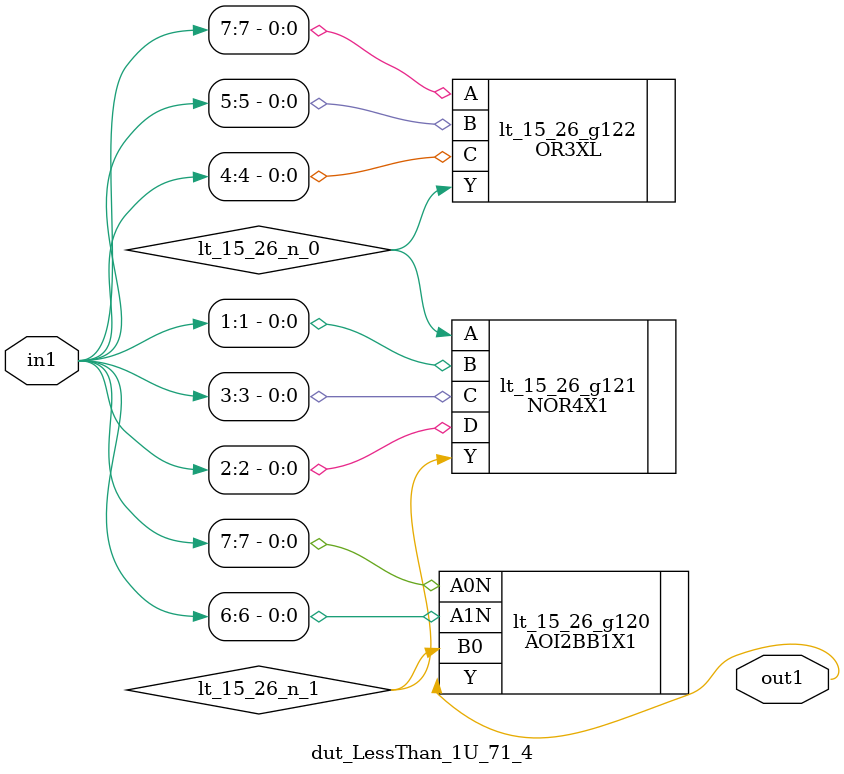
<source format=v>
`timescale 1ps / 1ps


module dut_LessThan_1U_71_4(in1, out1);
  input [7:0] in1;
  output out1;
  wire [7:0] in1;
  wire out1;
  wire lt_15_26_n_0, lt_15_26_n_1;
  AOI2BB1X1 lt_15_26_g120(.A0N (in1[7]), .A1N (in1[6]), .B0
       (lt_15_26_n_1), .Y (out1));
  NOR4X1 lt_15_26_g121(.A (lt_15_26_n_0), .B (in1[1]), .C (in1[3]), .D
       (in1[2]), .Y (lt_15_26_n_1));
  OR3XL lt_15_26_g122(.A (in1[7]), .B (in1[5]), .C (in1[4]), .Y
       (lt_15_26_n_0));
endmodule



</source>
